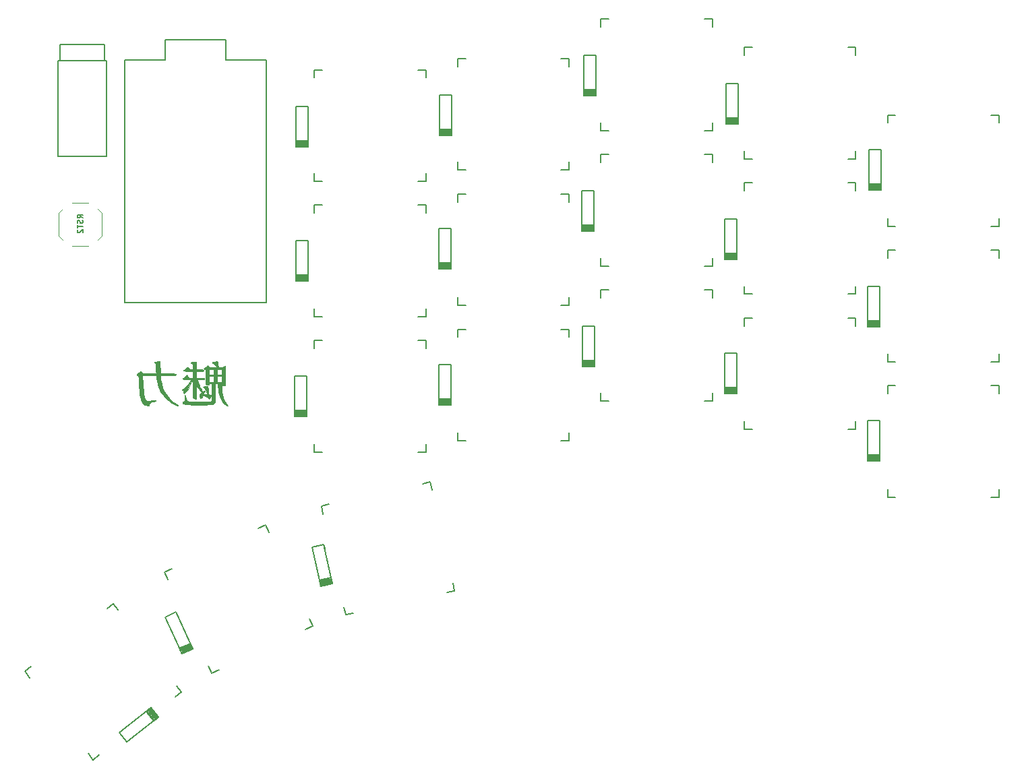
<source format=gbr>
%TF.GenerationSoftware,KiCad,Pcbnew,(5.1.10)-1*%
%TF.CreationDate,2021-07-28T09:06:05+05:30*%
%TF.ProjectId,Pteron36v0,50746572-6f6e-4333-9676-302e6b696361,rev?*%
%TF.SameCoordinates,Original*%
%TF.FileFunction,Legend,Bot*%
%TF.FilePolarity,Positive*%
%FSLAX46Y46*%
G04 Gerber Fmt 4.6, Leading zero omitted, Abs format (unit mm)*
G04 Created by KiCad (PCBNEW (5.1.10)-1) date 2021-07-28 09:06:05*
%MOMM*%
%LPD*%
G01*
G04 APERTURE LIST*
%ADD10C,0.150000*%
%ADD11C,0.120000*%
%ADD12C,0.010000*%
G04 APERTURE END LIST*
D10*
%TO.C,SW22*%
X173000000Y-62249998D02*
X173000000Y-61249998D01*
X174000000Y-62249998D02*
X173000000Y-62249998D01*
X173000000Y-48249998D02*
X174000000Y-48249998D01*
X173000000Y-49249998D02*
X173000000Y-48249998D01*
X187000000Y-48249998D02*
X187000000Y-49249998D01*
X186000000Y-48249998D02*
X187000000Y-48249998D01*
X187000000Y-62249998D02*
X186000000Y-62249998D01*
X187000000Y-61249998D02*
X187000000Y-62249998D01*
%TO.C,SW23*%
X173000000Y-79249998D02*
X173000000Y-78249998D01*
X174000000Y-79249998D02*
X173000000Y-79249998D01*
X173000000Y-65249998D02*
X174000000Y-65249998D01*
X173000000Y-66249998D02*
X173000000Y-65249998D01*
X187000000Y-65249998D02*
X187000000Y-66249998D01*
X186000000Y-65249998D02*
X187000000Y-65249998D01*
X187000000Y-79249998D02*
X186000000Y-79249998D01*
X187000000Y-78249998D02*
X187000000Y-79249998D01*
%TO.C,SW28*%
X155000000Y-97666664D02*
X155000000Y-96666664D01*
X156000000Y-97666664D02*
X155000000Y-97666664D01*
X155000000Y-83666664D02*
X156000000Y-83666664D01*
X155000000Y-84666664D02*
X155000000Y-83666664D01*
X169000000Y-83666664D02*
X169000000Y-84666664D01*
X168000000Y-83666664D02*
X169000000Y-83666664D01*
X169000000Y-97666664D02*
X168000000Y-97666664D01*
X169000000Y-96666664D02*
X169000000Y-97666664D01*
%TO.C,SW27*%
X155000000Y-80666664D02*
X155000000Y-79666664D01*
X156000000Y-80666664D02*
X155000000Y-80666664D01*
X155000000Y-66666664D02*
X156000000Y-66666664D01*
X155000000Y-67666664D02*
X155000000Y-66666664D01*
X169000000Y-66666664D02*
X169000000Y-67666664D01*
X168000000Y-66666664D02*
X169000000Y-66666664D01*
X169000000Y-80666664D02*
X168000000Y-80666664D01*
X169000000Y-79666664D02*
X169000000Y-80666664D01*
%TO.C,SW26*%
X155000000Y-63666664D02*
X155000000Y-62666664D01*
X156000000Y-63666664D02*
X155000000Y-63666664D01*
X155000000Y-49666664D02*
X156000000Y-49666664D01*
X155000000Y-50666664D02*
X155000000Y-49666664D01*
X169000000Y-49666664D02*
X169000000Y-50666664D01*
X168000000Y-49666664D02*
X169000000Y-49666664D01*
X169000000Y-63666664D02*
X168000000Y-63666664D01*
X169000000Y-62666664D02*
X169000000Y-63666664D01*
%TO.C,SW24*%
X173000000Y-96249998D02*
X173000000Y-95249998D01*
X174000000Y-96249998D02*
X173000000Y-96249998D01*
X173000000Y-82249998D02*
X174000000Y-82249998D01*
X173000000Y-83249998D02*
X173000000Y-82249998D01*
X187000000Y-82249998D02*
X187000000Y-83249998D01*
X186000000Y-82249998D02*
X187000000Y-82249998D01*
X187000000Y-96249998D02*
X186000000Y-96249998D01*
X187000000Y-95249998D02*
X187000000Y-96249998D01*
%TO.C,SW20*%
X127181057Y-136357603D02*
X126572295Y-135564250D01*
X127974410Y-135748842D02*
X127181057Y-136357603D01*
X118658397Y-125250657D02*
X119451750Y-124641895D01*
X119267158Y-126044010D02*
X118658397Y-125250657D01*
X129765343Y-116727997D02*
X130374105Y-117521350D01*
X128971990Y-117336758D02*
X129765343Y-116727997D01*
X138288003Y-127834943D02*
X137494650Y-128443705D01*
X137679242Y-127041590D02*
X138288003Y-127834943D01*
%TO.C,SW19*%
X191000000Y-91291667D02*
X191000000Y-90291667D01*
X192000000Y-91291667D02*
X191000000Y-91291667D01*
X191000000Y-77291667D02*
X192000000Y-77291667D01*
X191000000Y-78291667D02*
X191000000Y-77291667D01*
X205000000Y-77291667D02*
X205000000Y-78291667D01*
X204000000Y-77291667D02*
X205000000Y-77291667D01*
X205000000Y-91291667D02*
X204000000Y-91291667D01*
X205000000Y-90291667D02*
X205000000Y-91291667D01*
%TO.C,SW18*%
X191000000Y-74291667D02*
X191000000Y-73291667D01*
X192000000Y-74291667D02*
X191000000Y-74291667D01*
X191000000Y-60291667D02*
X192000000Y-60291667D01*
X191000000Y-61291667D02*
X191000000Y-60291667D01*
X205000000Y-60291667D02*
X205000000Y-61291667D01*
X204000000Y-60291667D02*
X205000000Y-60291667D01*
X205000000Y-74291667D02*
X204000000Y-74291667D01*
X205000000Y-73291667D02*
X205000000Y-74291667D01*
%TO.C,SW17*%
X191000000Y-57291667D02*
X191000000Y-56291667D01*
X192000000Y-57291667D02*
X191000000Y-57291667D01*
X191000000Y-43291667D02*
X192000000Y-43291667D01*
X191000000Y-44291667D02*
X191000000Y-43291667D01*
X205000000Y-43291667D02*
X205000000Y-44291667D01*
X204000000Y-43291667D02*
X205000000Y-43291667D01*
X205000000Y-57291667D02*
X204000000Y-57291667D01*
X205000000Y-56291667D02*
X205000000Y-57291667D01*
%TO.C,SW15*%
X142114173Y-125469094D02*
X141691555Y-124562787D01*
X143020481Y-125046476D02*
X142114173Y-125469094D01*
X136197518Y-112780785D02*
X137103825Y-112358167D01*
X136620136Y-113687093D02*
X136197518Y-112780785D01*
X148885827Y-106864130D02*
X149308445Y-107770437D01*
X147979519Y-107286748D02*
X148885827Y-106864130D01*
X154802482Y-119552439D02*
X153896175Y-119975057D01*
X154379864Y-118646131D02*
X154802482Y-119552439D01*
%TO.C,SW14*%
X209000000Y-94833332D02*
X209000000Y-93833332D01*
X210000000Y-94833332D02*
X209000000Y-94833332D01*
X209000000Y-80833332D02*
X210000000Y-80833332D01*
X209000000Y-81833332D02*
X209000000Y-80833332D01*
X223000000Y-80833332D02*
X223000000Y-81833332D01*
X222000000Y-80833332D02*
X223000000Y-80833332D01*
X223000000Y-94833332D02*
X222000000Y-94833332D01*
X223000000Y-93833332D02*
X223000000Y-94833332D01*
%TO.C,SW13*%
X209000000Y-77833332D02*
X209000000Y-76833332D01*
X210000000Y-77833332D02*
X209000000Y-77833332D01*
X209000000Y-63833332D02*
X210000000Y-63833332D01*
X209000000Y-64833332D02*
X209000000Y-63833332D01*
X223000000Y-63833332D02*
X223000000Y-64833332D01*
X222000000Y-63833332D02*
X223000000Y-63833332D01*
X223000000Y-77833332D02*
X222000000Y-77833332D01*
X223000000Y-76833332D02*
X223000000Y-77833332D01*
%TO.C,SW12*%
X209000000Y-60833332D02*
X209000000Y-59833332D01*
X210000000Y-60833332D02*
X209000000Y-60833332D01*
X209000000Y-46833332D02*
X210000000Y-46833332D01*
X209000000Y-47833332D02*
X209000000Y-46833332D01*
X223000000Y-46833332D02*
X223000000Y-47833332D01*
X222000000Y-46833332D02*
X223000000Y-46833332D01*
X223000000Y-60833332D02*
X222000000Y-60833332D01*
X223000000Y-59833332D02*
X223000000Y-60833332D01*
%TO.C,SW10*%
X158931005Y-118140764D02*
X158714566Y-117164468D01*
X159907301Y-117924325D02*
X158931005Y-118140764D01*
X155900851Y-104472620D02*
X156877147Y-104256181D01*
X156117290Y-105448916D02*
X155900851Y-104472620D01*
X169568995Y-101442466D02*
X169785434Y-102418762D01*
X168592699Y-101658905D02*
X169568995Y-101442466D01*
X172599149Y-115110610D02*
X171622853Y-115327049D01*
X172382710Y-114134314D02*
X172599149Y-115110610D01*
%TO.C,SW9*%
X227000000Y-103333328D02*
X227000000Y-102333328D01*
X228000000Y-103333328D02*
X227000000Y-103333328D01*
X227000000Y-89333328D02*
X228000000Y-89333328D01*
X227000000Y-90333328D02*
X227000000Y-89333328D01*
X241000000Y-89333328D02*
X241000000Y-90333328D01*
X240000000Y-89333328D02*
X241000000Y-89333328D01*
X241000000Y-103333328D02*
X240000000Y-103333328D01*
X241000000Y-102333328D02*
X241000000Y-103333328D01*
%TO.C,SW8*%
X227000000Y-86333328D02*
X227000000Y-85333328D01*
X228000000Y-86333328D02*
X227000000Y-86333328D01*
X227000000Y-72333328D02*
X228000000Y-72333328D01*
X227000000Y-73333328D02*
X227000000Y-72333328D01*
X241000000Y-72333328D02*
X241000000Y-73333328D01*
X240000000Y-72333328D02*
X241000000Y-72333328D01*
X241000000Y-86333328D02*
X240000000Y-86333328D01*
X241000000Y-85333328D02*
X241000000Y-86333328D01*
%TO.C,SW7*%
X227000000Y-69333328D02*
X227000000Y-68333328D01*
X228000000Y-69333328D02*
X227000000Y-69333328D01*
X227000000Y-55333328D02*
X228000000Y-55333328D01*
X227000000Y-56333328D02*
X227000000Y-55333328D01*
X241000000Y-55333328D02*
X241000000Y-56333328D01*
X240000000Y-55333328D02*
X241000000Y-55333328D01*
X241000000Y-69333328D02*
X240000000Y-69333328D01*
X241000000Y-68333328D02*
X241000000Y-69333328D01*
%TO.C,U1*%
X148971000Y-78867000D02*
X131191000Y-78867000D01*
X131191000Y-78867000D02*
X131191000Y-48387000D01*
X131191000Y-48387000D02*
X136271000Y-48387000D01*
X136271000Y-48387000D02*
X136271000Y-45847000D01*
X136271000Y-45847000D02*
X143891000Y-45847000D01*
X143891000Y-45847000D02*
X143891000Y-48387000D01*
X143891000Y-48387000D02*
X148971000Y-48387000D01*
X148971000Y-48387000D02*
X148971000Y-78867000D01*
D11*
%TO.C,RST2*%
X124563000Y-71808000D02*
X126643000Y-71808000D01*
X128323000Y-67638000D02*
X127833000Y-67148000D01*
X124563000Y-66368000D02*
X126643000Y-66368000D01*
X128323000Y-70538000D02*
X127833000Y-71028000D01*
X128323000Y-70538000D02*
X128323000Y-67638000D01*
X122883000Y-70538000D02*
X123373000Y-71028000D01*
X122883000Y-70538000D02*
X122883000Y-67638000D01*
X122883000Y-67638000D02*
X123373000Y-67148000D01*
D12*
%TO.C,LOGO2*%
G36*
X140074650Y-86335553D02*
G01*
X140004465Y-86339782D01*
X139908820Y-86349515D01*
X139800054Y-86362994D01*
X139690504Y-86378460D01*
X139592509Y-86394155D01*
X139518408Y-86408320D01*
X139480537Y-86419196D01*
X139478679Y-86420499D01*
X139481283Y-86447967D01*
X139514822Y-86487468D01*
X139565280Y-86527370D01*
X139618641Y-86556041D01*
X139650617Y-86563200D01*
X139669608Y-86565993D01*
X139682992Y-86579394D01*
X139691743Y-86610935D01*
X139696840Y-86668150D01*
X139699257Y-86758569D01*
X139699972Y-86889726D01*
X139700000Y-86944200D01*
X139700000Y-87325200D01*
X139528289Y-87325199D01*
X139356578Y-87325199D01*
X139221139Y-87147605D01*
X139167022Y-87075427D01*
X139126191Y-87026364D01*
X139090339Y-87001717D01*
X139051157Y-87002788D01*
X139000339Y-87030876D01*
X138929577Y-87087284D01*
X138830563Y-87173311D01*
X138780916Y-87216541D01*
X138698215Y-87291061D01*
X138632386Y-87355754D01*
X138591627Y-87402238D01*
X138582400Y-87419525D01*
X138590502Y-87446455D01*
X138618385Y-87467152D01*
X138671420Y-87482353D01*
X138754975Y-87492797D01*
X138874420Y-87499219D01*
X139035124Y-87502357D01*
X139190331Y-87503000D01*
X139700000Y-87503000D01*
X139700000Y-88366600D01*
X139477750Y-88366426D01*
X139370911Y-88365716D01*
X139302404Y-88361331D01*
X139259762Y-88349588D01*
X139230518Y-88326801D01*
X139202205Y-88289286D01*
X139198456Y-88283876D01*
X139145751Y-88212531D01*
X139081136Y-88131188D01*
X139057760Y-88103204D01*
X138974109Y-88004909D01*
X138729108Y-88210905D01*
X138634744Y-88291104D01*
X138554810Y-88360655D01*
X138497292Y-88412492D01*
X138470178Y-88439554D01*
X138469520Y-88440503D01*
X138473564Y-88474677D01*
X138495081Y-88504252D01*
X138516220Y-88518418D01*
X138551864Y-88528904D01*
X138608888Y-88536225D01*
X138694170Y-88540898D01*
X138814583Y-88543438D01*
X138977005Y-88544361D01*
X139030426Y-88544400D01*
X139525624Y-88544400D01*
X139507998Y-88601550D01*
X139475300Y-88678126D01*
X139418179Y-88782853D01*
X139343849Y-88904135D01*
X139259522Y-89030374D01*
X139172410Y-89149975D01*
X139145252Y-89184791D01*
X138920204Y-89430443D01*
X138659165Y-89649652D01*
X138550650Y-89725292D01*
X138477469Y-89777620D01*
X138425068Y-89822865D01*
X138404607Y-89851371D01*
X138404601Y-89851668D01*
X138421698Y-89888093D01*
X138463417Y-89936889D01*
X138468959Y-89942206D01*
X138514357Y-90004794D01*
X138559920Y-90101821D01*
X138587405Y-90180738D01*
X138641492Y-90358807D01*
X138792055Y-90194553D01*
X138959349Y-89999674D01*
X139105770Y-89800474D01*
X139235602Y-89588759D01*
X139353127Y-89356331D01*
X139462631Y-89094996D01*
X139568396Y-88796557D01*
X139637970Y-88576150D01*
X139663613Y-88546585D01*
X139673803Y-88544400D01*
X139680901Y-88568582D01*
X139686867Y-88641375D01*
X139691708Y-88763148D01*
X139695433Y-88934271D01*
X139698050Y-89155113D01*
X139699568Y-89426044D01*
X139700000Y-89710534D01*
X139700000Y-90876668D01*
X139809620Y-90929734D01*
X139902077Y-90963050D01*
X139999187Y-90981497D01*
X140025182Y-90982800D01*
X140131125Y-90982800D01*
X140137813Y-90128620D01*
X140144500Y-89274440D01*
X140275394Y-89474570D01*
X140359395Y-89595004D01*
X140457970Y-89723806D01*
X140562024Y-89850203D01*
X140662463Y-89963420D01*
X140750194Y-90052682D01*
X140799193Y-90095158D01*
X140869685Y-90149297D01*
X140768494Y-90247500D01*
X140698706Y-90325186D01*
X140636847Y-90410478D01*
X140615451Y-90447339D01*
X140573260Y-90564505D01*
X140564281Y-90675217D01*
X140584580Y-90771759D01*
X140630225Y-90846415D01*
X140697285Y-90891469D01*
X140781826Y-90899205D01*
X140837684Y-90883402D01*
X140882154Y-90858832D01*
X140910572Y-90821209D01*
X140931391Y-90755925D01*
X140942941Y-90701535D01*
X140962004Y-90622151D01*
X140981692Y-90567605D01*
X140995321Y-90551000D01*
X141025711Y-90560714D01*
X141093416Y-90587376D01*
X141189346Y-90627258D01*
X141304413Y-90676636D01*
X141343293Y-90693615D01*
X141505916Y-90768906D01*
X141629434Y-90834698D01*
X141710004Y-90888853D01*
X141732000Y-90909744D01*
X141775813Y-90956850D01*
X141804865Y-90981521D01*
X141808200Y-90982613D01*
X141824481Y-90961277D01*
X141858215Y-90904275D01*
X141903869Y-90821242D01*
X141938340Y-90755907D01*
X141993938Y-90646357D01*
X142023620Y-90573888D01*
X142025366Y-90530753D01*
X141997158Y-90509205D01*
X141936977Y-90501497D01*
X141871700Y-90500157D01*
X141806998Y-90493706D01*
X141766000Y-90480652D01*
X141742273Y-90440195D01*
X141718710Y-90349394D01*
X141695392Y-90208702D01*
X141672395Y-90018576D01*
X141655049Y-89839800D01*
X141643160Y-89710290D01*
X141631719Y-89592365D01*
X141622027Y-89499034D01*
X141615385Y-89443306D01*
X141615384Y-89443303D01*
X141604032Y-89364307D01*
X141331466Y-89412634D01*
X141190425Y-89437836D01*
X141093509Y-89456837D01*
X141034863Y-89472526D01*
X141008632Y-89487793D01*
X141008962Y-89505525D01*
X141029997Y-89528614D01*
X141053967Y-89549561D01*
X141113394Y-89590734D01*
X141165589Y-89610814D01*
X141171166Y-89611200D01*
X141211222Y-89633397D01*
X141250830Y-89702139D01*
X141262814Y-89731850D01*
X141291158Y-89802352D01*
X141334612Y-89905318D01*
X141387276Y-90026959D01*
X141443248Y-90153487D01*
X141443664Y-90154417D01*
X141578801Y-90456334D01*
X141384822Y-90438756D01*
X141280147Y-90428256D01*
X141186496Y-90417099D01*
X141122895Y-90407568D01*
X141119595Y-90406928D01*
X141048345Y-90392678D01*
X141114030Y-90262289D01*
X141160359Y-90175356D01*
X141206825Y-90095990D01*
X141229062Y-90061945D01*
X141259398Y-90012664D01*
X141258421Y-89987753D01*
X141240967Y-89977622D01*
X141197002Y-89979753D01*
X141130150Y-90001973D01*
X141100475Y-90015827D01*
X141033992Y-90047526D01*
X140986326Y-90066246D01*
X140976066Y-90068400D01*
X140950965Y-90047007D01*
X140908815Y-89988715D01*
X140854698Y-89902348D01*
X140793694Y-89796732D01*
X140730887Y-89680693D01*
X140671358Y-89563057D01*
X140620189Y-89452648D01*
X140616142Y-89443309D01*
X140558859Y-89302295D01*
X140500190Y-89144241D01*
X140444709Y-88982807D01*
X140396988Y-88831654D01*
X140361601Y-88704444D01*
X140347114Y-88639650D01*
X140329347Y-88544399D01*
X140735611Y-88544400D01*
X140887504Y-88544169D01*
X140996211Y-88542790D01*
X141069346Y-88539229D01*
X141114523Y-88532456D01*
X141139357Y-88521436D01*
X141151461Y-88505140D01*
X141157191Y-88487250D01*
X141167493Y-88447229D01*
X141170012Y-88417203D01*
X141158746Y-88395738D01*
X141127692Y-88381398D01*
X141070849Y-88372749D01*
X140982214Y-88368356D01*
X140855784Y-88366783D01*
X140685559Y-88366597D01*
X140652500Y-88366600D01*
X140131800Y-88366600D01*
X140131800Y-87503000D01*
X141041231Y-87503000D01*
X141069116Y-87423009D01*
X141088086Y-87366197D01*
X141096919Y-87335027D01*
X141097000Y-87334109D01*
X141072901Y-87331335D01*
X141005803Y-87328913D01*
X140903509Y-87326987D01*
X140773818Y-87325702D01*
X140624534Y-87325201D01*
X140614400Y-87325200D01*
X140131800Y-87325200D01*
X140131800Y-86334600D01*
X140074650Y-86335553D01*
G37*
X140074650Y-86335553D02*
X140004465Y-86339782D01*
X139908820Y-86349515D01*
X139800054Y-86362994D01*
X139690504Y-86378460D01*
X139592509Y-86394155D01*
X139518408Y-86408320D01*
X139480537Y-86419196D01*
X139478679Y-86420499D01*
X139481283Y-86447967D01*
X139514822Y-86487468D01*
X139565280Y-86527370D01*
X139618641Y-86556041D01*
X139650617Y-86563200D01*
X139669608Y-86565993D01*
X139682992Y-86579394D01*
X139691743Y-86610935D01*
X139696840Y-86668150D01*
X139699257Y-86758569D01*
X139699972Y-86889726D01*
X139700000Y-86944200D01*
X139700000Y-87325200D01*
X139528289Y-87325199D01*
X139356578Y-87325199D01*
X139221139Y-87147605D01*
X139167022Y-87075427D01*
X139126191Y-87026364D01*
X139090339Y-87001717D01*
X139051157Y-87002788D01*
X139000339Y-87030876D01*
X138929577Y-87087284D01*
X138830563Y-87173311D01*
X138780916Y-87216541D01*
X138698215Y-87291061D01*
X138632386Y-87355754D01*
X138591627Y-87402238D01*
X138582400Y-87419525D01*
X138590502Y-87446455D01*
X138618385Y-87467152D01*
X138671420Y-87482353D01*
X138754975Y-87492797D01*
X138874420Y-87499219D01*
X139035124Y-87502357D01*
X139190331Y-87503000D01*
X139700000Y-87503000D01*
X139700000Y-88366600D01*
X139477750Y-88366426D01*
X139370911Y-88365716D01*
X139302404Y-88361331D01*
X139259762Y-88349588D01*
X139230518Y-88326801D01*
X139202205Y-88289286D01*
X139198456Y-88283876D01*
X139145751Y-88212531D01*
X139081136Y-88131188D01*
X139057760Y-88103204D01*
X138974109Y-88004909D01*
X138729108Y-88210905D01*
X138634744Y-88291104D01*
X138554810Y-88360655D01*
X138497292Y-88412492D01*
X138470178Y-88439554D01*
X138469520Y-88440503D01*
X138473564Y-88474677D01*
X138495081Y-88504252D01*
X138516220Y-88518418D01*
X138551864Y-88528904D01*
X138608888Y-88536225D01*
X138694170Y-88540898D01*
X138814583Y-88543438D01*
X138977005Y-88544361D01*
X139030426Y-88544400D01*
X139525624Y-88544400D01*
X139507998Y-88601550D01*
X139475300Y-88678126D01*
X139418179Y-88782853D01*
X139343849Y-88904135D01*
X139259522Y-89030374D01*
X139172410Y-89149975D01*
X139145252Y-89184791D01*
X138920204Y-89430443D01*
X138659165Y-89649652D01*
X138550650Y-89725292D01*
X138477469Y-89777620D01*
X138425068Y-89822865D01*
X138404607Y-89851371D01*
X138404601Y-89851668D01*
X138421698Y-89888093D01*
X138463417Y-89936889D01*
X138468959Y-89942206D01*
X138514357Y-90004794D01*
X138559920Y-90101821D01*
X138587405Y-90180738D01*
X138641492Y-90358807D01*
X138792055Y-90194553D01*
X138959349Y-89999674D01*
X139105770Y-89800474D01*
X139235602Y-89588759D01*
X139353127Y-89356331D01*
X139462631Y-89094996D01*
X139568396Y-88796557D01*
X139637970Y-88576150D01*
X139663613Y-88546585D01*
X139673803Y-88544400D01*
X139680901Y-88568582D01*
X139686867Y-88641375D01*
X139691708Y-88763148D01*
X139695433Y-88934271D01*
X139698050Y-89155113D01*
X139699568Y-89426044D01*
X139700000Y-89710534D01*
X139700000Y-90876668D01*
X139809620Y-90929734D01*
X139902077Y-90963050D01*
X139999187Y-90981497D01*
X140025182Y-90982800D01*
X140131125Y-90982800D01*
X140137813Y-90128620D01*
X140144500Y-89274440D01*
X140275394Y-89474570D01*
X140359395Y-89595004D01*
X140457970Y-89723806D01*
X140562024Y-89850203D01*
X140662463Y-89963420D01*
X140750194Y-90052682D01*
X140799193Y-90095158D01*
X140869685Y-90149297D01*
X140768494Y-90247500D01*
X140698706Y-90325186D01*
X140636847Y-90410478D01*
X140615451Y-90447339D01*
X140573260Y-90564505D01*
X140564281Y-90675217D01*
X140584580Y-90771759D01*
X140630225Y-90846415D01*
X140697285Y-90891469D01*
X140781826Y-90899205D01*
X140837684Y-90883402D01*
X140882154Y-90858832D01*
X140910572Y-90821209D01*
X140931391Y-90755925D01*
X140942941Y-90701535D01*
X140962004Y-90622151D01*
X140981692Y-90567605D01*
X140995321Y-90551000D01*
X141025711Y-90560714D01*
X141093416Y-90587376D01*
X141189346Y-90627258D01*
X141304413Y-90676636D01*
X141343293Y-90693615D01*
X141505916Y-90768906D01*
X141629434Y-90834698D01*
X141710004Y-90888853D01*
X141732000Y-90909744D01*
X141775813Y-90956850D01*
X141804865Y-90981521D01*
X141808200Y-90982613D01*
X141824481Y-90961277D01*
X141858215Y-90904275D01*
X141903869Y-90821242D01*
X141938340Y-90755907D01*
X141993938Y-90646357D01*
X142023620Y-90573888D01*
X142025366Y-90530753D01*
X141997158Y-90509205D01*
X141936977Y-90501497D01*
X141871700Y-90500157D01*
X141806998Y-90493706D01*
X141766000Y-90480652D01*
X141742273Y-90440195D01*
X141718710Y-90349394D01*
X141695392Y-90208702D01*
X141672395Y-90018576D01*
X141655049Y-89839800D01*
X141643160Y-89710290D01*
X141631719Y-89592365D01*
X141622027Y-89499034D01*
X141615385Y-89443306D01*
X141615384Y-89443303D01*
X141604032Y-89364307D01*
X141331466Y-89412634D01*
X141190425Y-89437836D01*
X141093509Y-89456837D01*
X141034863Y-89472526D01*
X141008632Y-89487793D01*
X141008962Y-89505525D01*
X141029997Y-89528614D01*
X141053967Y-89549561D01*
X141113394Y-89590734D01*
X141165589Y-89610814D01*
X141171166Y-89611200D01*
X141211222Y-89633397D01*
X141250830Y-89702139D01*
X141262814Y-89731850D01*
X141291158Y-89802352D01*
X141334612Y-89905318D01*
X141387276Y-90026959D01*
X141443248Y-90153487D01*
X141443664Y-90154417D01*
X141578801Y-90456334D01*
X141384822Y-90438756D01*
X141280147Y-90428256D01*
X141186496Y-90417099D01*
X141122895Y-90407568D01*
X141119595Y-90406928D01*
X141048345Y-90392678D01*
X141114030Y-90262289D01*
X141160359Y-90175356D01*
X141206825Y-90095990D01*
X141229062Y-90061945D01*
X141259398Y-90012664D01*
X141258421Y-89987753D01*
X141240967Y-89977622D01*
X141197002Y-89979753D01*
X141130150Y-90001973D01*
X141100475Y-90015827D01*
X141033992Y-90047526D01*
X140986326Y-90066246D01*
X140976066Y-90068400D01*
X140950965Y-90047007D01*
X140908815Y-89988715D01*
X140854698Y-89902348D01*
X140793694Y-89796732D01*
X140730887Y-89680693D01*
X140671358Y-89563057D01*
X140620189Y-89452648D01*
X140616142Y-89443309D01*
X140558859Y-89302295D01*
X140500190Y-89144241D01*
X140444709Y-88982807D01*
X140396988Y-88831654D01*
X140361601Y-88704444D01*
X140347114Y-88639650D01*
X140329347Y-88544399D01*
X140735611Y-88544400D01*
X140887504Y-88544169D01*
X140996211Y-88542790D01*
X141069346Y-88539229D01*
X141114523Y-88532456D01*
X141139357Y-88521436D01*
X141151461Y-88505140D01*
X141157191Y-88487250D01*
X141167493Y-88447229D01*
X141170012Y-88417203D01*
X141158746Y-88395738D01*
X141127692Y-88381398D01*
X141070849Y-88372749D01*
X140982214Y-88368356D01*
X140855784Y-88366783D01*
X140685559Y-88366597D01*
X140652500Y-88366600D01*
X140131800Y-88366600D01*
X140131800Y-87503000D01*
X141041231Y-87503000D01*
X141069116Y-87423009D01*
X141088086Y-87366197D01*
X141096919Y-87335027D01*
X141097000Y-87334109D01*
X141072901Y-87331335D01*
X141005803Y-87328913D01*
X140903509Y-87326987D01*
X140773818Y-87325702D01*
X140624534Y-87325201D01*
X140614400Y-87325200D01*
X140131800Y-87325200D01*
X140131800Y-86334600D01*
X140074650Y-86335553D01*
G36*
X135537833Y-86285281D02*
G01*
X135467989Y-86289288D01*
X135371468Y-86298017D01*
X135259946Y-86310017D01*
X135145103Y-86323839D01*
X135038616Y-86338032D01*
X134952163Y-86351149D01*
X134897424Y-86361739D01*
X134884568Y-86366366D01*
X134887519Y-86393724D01*
X134920525Y-86434145D01*
X134969616Y-86475344D01*
X135020822Y-86505038D01*
X135050646Y-86512399D01*
X135070415Y-86514631D01*
X135084407Y-86526306D01*
X135093620Y-86554896D01*
X135099049Y-86607871D01*
X135101689Y-86692701D01*
X135102537Y-86816857D01*
X135102600Y-86902148D01*
X135103798Y-87066819D01*
X135107072Y-87240942D01*
X135111951Y-87405602D01*
X135117959Y-87541889D01*
X135119160Y-87562548D01*
X135135720Y-87833200D01*
X133455863Y-87833200D01*
X133317138Y-87679904D01*
X133178414Y-87526609D01*
X132920490Y-87747302D01*
X132826062Y-87830602D01*
X132748502Y-87903822D01*
X132694714Y-87960074D01*
X132671599Y-87992472D01*
X132671354Y-87995847D01*
X132698931Y-88018914D01*
X132759229Y-88046341D01*
X132799172Y-88059928D01*
X132918200Y-88096156D01*
X132918365Y-88225028D01*
X132920364Y-88329972D01*
X132925775Y-88475762D01*
X132934034Y-88652598D01*
X132944573Y-88850681D01*
X132956827Y-89060212D01*
X132970229Y-89271393D01*
X132984214Y-89474425D01*
X132998215Y-89659509D01*
X133007973Y-89775997D01*
X133044387Y-90143535D01*
X133084842Y-90464500D01*
X133130060Y-90743008D01*
X133180766Y-90983178D01*
X133237683Y-91189126D01*
X133275597Y-91299270D01*
X133367444Y-91475472D01*
X133497401Y-91620846D01*
X133661003Y-91732277D01*
X133853784Y-91806650D01*
X134049933Y-91839433D01*
X134239000Y-91853732D01*
X134239095Y-91754816D01*
X134249807Y-91657241D01*
X134285013Y-91575558D01*
X134349630Y-91506194D01*
X134448575Y-91445578D01*
X134586764Y-91390137D01*
X134769113Y-91336299D01*
X134839961Y-91318240D01*
X134959628Y-91287190D01*
X135037541Y-91262614D01*
X135081767Y-91241045D01*
X135100369Y-91219018D01*
X135102600Y-91205369D01*
X135096037Y-91176049D01*
X135067552Y-91165849D01*
X135003951Y-91170678D01*
X134994650Y-91171897D01*
X134874664Y-91185657D01*
X134723568Y-91199691D01*
X134556872Y-91212887D01*
X134390087Y-91224132D01*
X134238721Y-91232313D01*
X134118285Y-91236318D01*
X134093834Y-91236537D01*
X133994700Y-91234724D01*
X133929265Y-91225748D01*
X133880486Y-91204825D01*
X133831319Y-91167173D01*
X133824044Y-91160830D01*
X133768280Y-91094096D01*
X133716944Y-90994647D01*
X133669765Y-90860660D01*
X133626473Y-90690312D01*
X133586800Y-90481781D01*
X133550476Y-90233246D01*
X133517231Y-89942883D01*
X133486796Y-89608871D01*
X133458901Y-89229387D01*
X133433278Y-88802609D01*
X133411768Y-88372950D01*
X133395089Y-88011000D01*
X135153400Y-88011000D01*
X135153400Y-88084869D01*
X135158879Y-88186392D01*
X135174023Y-88325216D01*
X135196898Y-88489185D01*
X135225569Y-88666143D01*
X135258100Y-88843933D01*
X135292556Y-89010400D01*
X135317909Y-89118174D01*
X135438513Y-89520366D01*
X135590577Y-89886709D01*
X135777884Y-90223951D01*
X136004217Y-90538841D01*
X136273357Y-90838126D01*
X136292837Y-90857611D01*
X136413011Y-90973014D01*
X136541549Y-91089638D01*
X136665559Y-91196203D01*
X136772147Y-91281430D01*
X136804400Y-91305164D01*
X136941623Y-91398345D01*
X137101468Y-91499753D01*
X137271036Y-91601809D01*
X137437425Y-91696935D01*
X137587736Y-91777552D01*
X137705458Y-91834493D01*
X137784066Y-91867117D01*
X137830770Y-91878582D01*
X137858989Y-91870674D01*
X137873123Y-91856783D01*
X137887381Y-91838412D01*
X137891411Y-91821806D01*
X137879490Y-91801600D01*
X137845895Y-91772428D01*
X137784901Y-91728927D01*
X137690785Y-91665730D01*
X137617200Y-91616899D01*
X137226770Y-91332554D01*
X136882469Y-91027758D01*
X136583447Y-90701379D01*
X136328848Y-90352284D01*
X136117821Y-89979339D01*
X135949511Y-89581412D01*
X135852997Y-89274012D01*
X135801596Y-89061597D01*
X135753461Y-88820049D01*
X135712354Y-88571029D01*
X135682036Y-88336204D01*
X135672288Y-88233250D01*
X135654415Y-88011000D01*
X137561431Y-88011000D01*
X137589316Y-87931009D01*
X137608286Y-87874197D01*
X137617119Y-87843027D01*
X137617200Y-87842109D01*
X137592710Y-87840139D01*
X137522873Y-87838320D01*
X137413143Y-87836701D01*
X137268976Y-87835332D01*
X137095824Y-87834261D01*
X136899142Y-87833539D01*
X136684382Y-87833213D01*
X136629725Y-87833199D01*
X135642249Y-87833199D01*
X135604765Y-86283799D01*
X135537833Y-86285281D01*
G37*
X135537833Y-86285281D02*
X135467989Y-86289288D01*
X135371468Y-86298017D01*
X135259946Y-86310017D01*
X135145103Y-86323839D01*
X135038616Y-86338032D01*
X134952163Y-86351149D01*
X134897424Y-86361739D01*
X134884568Y-86366366D01*
X134887519Y-86393724D01*
X134920525Y-86434145D01*
X134969616Y-86475344D01*
X135020822Y-86505038D01*
X135050646Y-86512399D01*
X135070415Y-86514631D01*
X135084407Y-86526306D01*
X135093620Y-86554896D01*
X135099049Y-86607871D01*
X135101689Y-86692701D01*
X135102537Y-86816857D01*
X135102600Y-86902148D01*
X135103798Y-87066819D01*
X135107072Y-87240942D01*
X135111951Y-87405602D01*
X135117959Y-87541889D01*
X135119160Y-87562548D01*
X135135720Y-87833200D01*
X133455863Y-87833200D01*
X133317138Y-87679904D01*
X133178414Y-87526609D01*
X132920490Y-87747302D01*
X132826062Y-87830602D01*
X132748502Y-87903822D01*
X132694714Y-87960074D01*
X132671599Y-87992472D01*
X132671354Y-87995847D01*
X132698931Y-88018914D01*
X132759229Y-88046341D01*
X132799172Y-88059928D01*
X132918200Y-88096156D01*
X132918365Y-88225028D01*
X132920364Y-88329972D01*
X132925775Y-88475762D01*
X132934034Y-88652598D01*
X132944573Y-88850681D01*
X132956827Y-89060212D01*
X132970229Y-89271393D01*
X132984214Y-89474425D01*
X132998215Y-89659509D01*
X133007973Y-89775997D01*
X133044387Y-90143535D01*
X133084842Y-90464500D01*
X133130060Y-90743008D01*
X133180766Y-90983178D01*
X133237683Y-91189126D01*
X133275597Y-91299270D01*
X133367444Y-91475472D01*
X133497401Y-91620846D01*
X133661003Y-91732277D01*
X133853784Y-91806650D01*
X134049933Y-91839433D01*
X134239000Y-91853732D01*
X134239095Y-91754816D01*
X134249807Y-91657241D01*
X134285013Y-91575558D01*
X134349630Y-91506194D01*
X134448575Y-91445578D01*
X134586764Y-91390137D01*
X134769113Y-91336299D01*
X134839961Y-91318240D01*
X134959628Y-91287190D01*
X135037541Y-91262614D01*
X135081767Y-91241045D01*
X135100369Y-91219018D01*
X135102600Y-91205369D01*
X135096037Y-91176049D01*
X135067552Y-91165849D01*
X135003951Y-91170678D01*
X134994650Y-91171897D01*
X134874664Y-91185657D01*
X134723568Y-91199691D01*
X134556872Y-91212887D01*
X134390087Y-91224132D01*
X134238721Y-91232313D01*
X134118285Y-91236318D01*
X134093834Y-91236537D01*
X133994700Y-91234724D01*
X133929265Y-91225748D01*
X133880486Y-91204825D01*
X133831319Y-91167173D01*
X133824044Y-91160830D01*
X133768280Y-91094096D01*
X133716944Y-90994647D01*
X133669765Y-90860660D01*
X133626473Y-90690312D01*
X133586800Y-90481781D01*
X133550476Y-90233246D01*
X133517231Y-89942883D01*
X133486796Y-89608871D01*
X133458901Y-89229387D01*
X133433278Y-88802609D01*
X133411768Y-88372950D01*
X133395089Y-88011000D01*
X135153400Y-88011000D01*
X135153400Y-88084869D01*
X135158879Y-88186392D01*
X135174023Y-88325216D01*
X135196898Y-88489185D01*
X135225569Y-88666143D01*
X135258100Y-88843933D01*
X135292556Y-89010400D01*
X135317909Y-89118174D01*
X135438513Y-89520366D01*
X135590577Y-89886709D01*
X135777884Y-90223951D01*
X136004217Y-90538841D01*
X136273357Y-90838126D01*
X136292837Y-90857611D01*
X136413011Y-90973014D01*
X136541549Y-91089638D01*
X136665559Y-91196203D01*
X136772147Y-91281430D01*
X136804400Y-91305164D01*
X136941623Y-91398345D01*
X137101468Y-91499753D01*
X137271036Y-91601809D01*
X137437425Y-91696935D01*
X137587736Y-91777552D01*
X137705458Y-91834493D01*
X137784066Y-91867117D01*
X137830770Y-91878582D01*
X137858989Y-91870674D01*
X137873123Y-91856783D01*
X137887381Y-91838412D01*
X137891411Y-91821806D01*
X137879490Y-91801600D01*
X137845895Y-91772428D01*
X137784901Y-91728927D01*
X137690785Y-91665730D01*
X137617200Y-91616899D01*
X137226770Y-91332554D01*
X136882469Y-91027758D01*
X136583447Y-90701379D01*
X136328848Y-90352284D01*
X136117821Y-89979339D01*
X135949511Y-89581412D01*
X135852997Y-89274012D01*
X135801596Y-89061597D01*
X135753461Y-88820049D01*
X135712354Y-88571029D01*
X135682036Y-88336204D01*
X135672288Y-88233250D01*
X135654415Y-88011000D01*
X137561431Y-88011000D01*
X137589316Y-87931009D01*
X137608286Y-87874197D01*
X137617119Y-87843027D01*
X137617200Y-87842109D01*
X137592710Y-87840139D01*
X137522873Y-87838320D01*
X137413143Y-87836701D01*
X137268976Y-87835332D01*
X137095824Y-87834261D01*
X136899142Y-87833539D01*
X136684382Y-87833213D01*
X136629725Y-87833199D01*
X135642249Y-87833199D01*
X135604765Y-86283799D01*
X135537833Y-86285281D01*
G36*
X142715554Y-86295613D02*
G01*
X142620936Y-86309700D01*
X142511682Y-86328708D01*
X142399409Y-86350452D01*
X142295732Y-86372744D01*
X142212268Y-86393401D01*
X142160635Y-86410235D01*
X142151100Y-86415764D01*
X142149623Y-86445343D01*
X142179989Y-86483804D01*
X142227988Y-86518589D01*
X142279409Y-86537141D01*
X142289207Y-86537800D01*
X142321749Y-86557393D01*
X142377855Y-86611923D01*
X142451528Y-86695014D01*
X142536771Y-86800288D01*
X142540049Y-86804500D01*
X142747313Y-87071200D01*
X141838174Y-87071200D01*
X141617700Y-86817756D01*
X141354400Y-87020599D01*
X141091100Y-87223441D01*
X141202000Y-87273763D01*
X141274181Y-87303784D01*
X141329754Y-87322087D01*
X141344650Y-87324642D01*
X141353334Y-87335342D01*
X141360395Y-87369764D01*
X141365969Y-87431890D01*
X141370196Y-87525702D01*
X141373213Y-87655183D01*
X141375159Y-87824316D01*
X141376171Y-88037084D01*
X141376400Y-88240841D01*
X141376400Y-89156483D01*
X141484350Y-89205484D01*
X141574099Y-89236565D01*
X141665159Y-89253832D01*
X141687550Y-89255042D01*
X141750012Y-89251886D01*
X141776758Y-89233493D01*
X141782762Y-89187970D01*
X141782800Y-89179400D01*
X141782800Y-89103200D01*
X142113000Y-89103200D01*
X142113000Y-90103325D01*
X142112590Y-90327133D01*
X142111421Y-90537669D01*
X142109583Y-90728901D01*
X142107170Y-90894802D01*
X142104272Y-91029341D01*
X142100981Y-91126489D01*
X142097389Y-91180217D01*
X142096553Y-91185686D01*
X142089527Y-91217781D01*
X142079731Y-91245119D01*
X142063335Y-91268059D01*
X142036508Y-91286958D01*
X141995420Y-91302173D01*
X141936239Y-91314062D01*
X141855136Y-91322984D01*
X141748279Y-91329295D01*
X141611838Y-91333353D01*
X141441982Y-91335516D01*
X141234880Y-91336141D01*
X140986703Y-91335586D01*
X140693618Y-91334209D01*
X140515936Y-91333252D01*
X140212709Y-91331496D01*
X139956166Y-91329693D01*
X139742191Y-91327700D01*
X139566669Y-91325372D01*
X139425484Y-91322564D01*
X139314520Y-91319132D01*
X139229662Y-91314930D01*
X139166794Y-91309815D01*
X139121799Y-91303641D01*
X139090563Y-91296264D01*
X139068970Y-91287540D01*
X139059627Y-91282058D01*
X139013112Y-91235407D01*
X138966409Y-91154276D01*
X138917736Y-91034436D01*
X138865313Y-90871657D01*
X138822548Y-90719171D01*
X138786807Y-90592883D01*
X138758190Y-90510328D01*
X138735790Y-90472597D01*
X138718701Y-90480777D01*
X138706017Y-90535959D01*
X138696830Y-90639232D01*
X138690233Y-90791685D01*
X138687758Y-90881119D01*
X138678565Y-91258057D01*
X138611433Y-91274807D01*
X138518230Y-91317838D01*
X138466121Y-91388718D01*
X138455401Y-91452700D01*
X138464922Y-91516034D01*
X138496401Y-91568250D01*
X138554208Y-91610773D01*
X138642714Y-91645028D01*
X138766292Y-91672438D01*
X138929312Y-91694430D01*
X139136146Y-91712427D01*
X139280900Y-91721772D01*
X139407271Y-91727356D01*
X139576638Y-91732068D01*
X139781205Y-91735826D01*
X140013176Y-91738550D01*
X140264755Y-91740158D01*
X140528143Y-91740568D01*
X140795545Y-91739700D01*
X140919200Y-91738837D01*
X141201684Y-91736313D01*
X141438050Y-91733674D01*
X141632979Y-91730734D01*
X141791153Y-91727306D01*
X141917255Y-91723203D01*
X142015966Y-91718238D01*
X142091968Y-91712226D01*
X142149943Y-91704978D01*
X142194572Y-91696309D01*
X142228792Y-91686614D01*
X142359103Y-91625398D01*
X142447231Y-91540050D01*
X142494607Y-91437884D01*
X142500277Y-91392636D01*
X142505393Y-91301235D01*
X142509860Y-91168325D01*
X142513583Y-90998551D01*
X142516468Y-90796558D01*
X142518418Y-90566991D01*
X142519339Y-90314494D01*
X142519400Y-90227317D01*
X142519400Y-89103200D01*
X142694424Y-89103200D01*
X142869448Y-89103199D01*
X142887028Y-89388950D01*
X142919667Y-89781052D01*
X142967555Y-90129305D01*
X143032379Y-90438817D01*
X143115828Y-90714695D01*
X143219588Y-90962046D01*
X143345349Y-91185978D01*
X143494796Y-91391599D01*
X143582184Y-91492709D01*
X143669789Y-91583336D01*
X143766086Y-91674282D01*
X143862419Y-91758336D01*
X143950135Y-91828287D01*
X144020577Y-91876924D01*
X144065091Y-91897035D01*
X144067668Y-91897200D01*
X144100965Y-91877019D01*
X144109072Y-91862601D01*
X144100453Y-91828321D01*
X144066275Y-91765307D01*
X144012812Y-91684413D01*
X143980582Y-91640351D01*
X143811049Y-91387037D01*
X143669951Y-91111675D01*
X143555761Y-90809439D01*
X143466950Y-90475506D01*
X143401990Y-90105050D01*
X143359353Y-89693246D01*
X143358008Y-89674700D01*
X143345050Y-89482944D01*
X143337011Y-89336641D01*
X143333888Y-89230683D01*
X143335676Y-89159959D01*
X143342372Y-89119362D01*
X143353972Y-89103784D01*
X143357600Y-89103200D01*
X143375324Y-89125299D01*
X143382992Y-89178667D01*
X143383000Y-89180641D01*
X143389878Y-89232322D01*
X143418897Y-89268290D01*
X143482632Y-89303275D01*
X143490950Y-89307084D01*
X143580699Y-89338165D01*
X143671759Y-89355432D01*
X143694150Y-89356642D01*
X143789400Y-89357200D01*
X143789400Y-88163400D01*
X143383000Y-88163400D01*
X143383000Y-88925400D01*
X142773400Y-88925400D01*
X142773400Y-88163400D01*
X142392400Y-88163400D01*
X142392400Y-88925400D01*
X141782800Y-88925400D01*
X141782800Y-88163400D01*
X142392400Y-88163400D01*
X142773400Y-88163400D01*
X143383000Y-88163400D01*
X143789400Y-88163400D01*
X143789400Y-88125300D01*
X143788915Y-87838114D01*
X143787494Y-87583654D01*
X143785192Y-87364701D01*
X143783189Y-87249000D01*
X143383000Y-87249000D01*
X143383000Y-87985600D01*
X142773400Y-87985600D01*
X142773400Y-87249000D01*
X142392400Y-87249000D01*
X142392400Y-87985600D01*
X141782800Y-87985600D01*
X141782800Y-87249000D01*
X142392400Y-87249000D01*
X142773400Y-87249000D01*
X143383000Y-87249000D01*
X143783189Y-87249000D01*
X143782064Y-87184037D01*
X143778163Y-87044444D01*
X143773543Y-86948702D01*
X143768259Y-86899596D01*
X143765408Y-86893400D01*
X143732656Y-86903341D01*
X143666195Y-86929834D01*
X143578319Y-86967886D01*
X143544268Y-86983242D01*
X143441029Y-87028190D01*
X143362216Y-87054333D01*
X143287005Y-87065954D01*
X143194571Y-87067335D01*
X143142811Y-87065792D01*
X142938500Y-87058500D01*
X142884914Y-86683180D01*
X142865045Y-86550494D01*
X142846161Y-86436079D01*
X142829929Y-86349196D01*
X142818012Y-86299107D01*
X142814415Y-86290947D01*
X142783919Y-86288634D01*
X142715554Y-86295613D01*
G37*
X142715554Y-86295613D02*
X142620936Y-86309700D01*
X142511682Y-86328708D01*
X142399409Y-86350452D01*
X142295732Y-86372744D01*
X142212268Y-86393401D01*
X142160635Y-86410235D01*
X142151100Y-86415764D01*
X142149623Y-86445343D01*
X142179989Y-86483804D01*
X142227988Y-86518589D01*
X142279409Y-86537141D01*
X142289207Y-86537800D01*
X142321749Y-86557393D01*
X142377855Y-86611923D01*
X142451528Y-86695014D01*
X142536771Y-86800288D01*
X142540049Y-86804500D01*
X142747313Y-87071200D01*
X141838174Y-87071200D01*
X141617700Y-86817756D01*
X141354400Y-87020599D01*
X141091100Y-87223441D01*
X141202000Y-87273763D01*
X141274181Y-87303784D01*
X141329754Y-87322087D01*
X141344650Y-87324642D01*
X141353334Y-87335342D01*
X141360395Y-87369764D01*
X141365969Y-87431890D01*
X141370196Y-87525702D01*
X141373213Y-87655183D01*
X141375159Y-87824316D01*
X141376171Y-88037084D01*
X141376400Y-88240841D01*
X141376400Y-89156483D01*
X141484350Y-89205484D01*
X141574099Y-89236565D01*
X141665159Y-89253832D01*
X141687550Y-89255042D01*
X141750012Y-89251886D01*
X141776758Y-89233493D01*
X141782762Y-89187970D01*
X141782800Y-89179400D01*
X141782800Y-89103200D01*
X142113000Y-89103200D01*
X142113000Y-90103325D01*
X142112590Y-90327133D01*
X142111421Y-90537669D01*
X142109583Y-90728901D01*
X142107170Y-90894802D01*
X142104272Y-91029341D01*
X142100981Y-91126489D01*
X142097389Y-91180217D01*
X142096553Y-91185686D01*
X142089527Y-91217781D01*
X142079731Y-91245119D01*
X142063335Y-91268059D01*
X142036508Y-91286958D01*
X141995420Y-91302173D01*
X141936239Y-91314062D01*
X141855136Y-91322984D01*
X141748279Y-91329295D01*
X141611838Y-91333353D01*
X141441982Y-91335516D01*
X141234880Y-91336141D01*
X140986703Y-91335586D01*
X140693618Y-91334209D01*
X140515936Y-91333252D01*
X140212709Y-91331496D01*
X139956166Y-91329693D01*
X139742191Y-91327700D01*
X139566669Y-91325372D01*
X139425484Y-91322564D01*
X139314520Y-91319132D01*
X139229662Y-91314930D01*
X139166794Y-91309815D01*
X139121799Y-91303641D01*
X139090563Y-91296264D01*
X139068970Y-91287540D01*
X139059627Y-91282058D01*
X139013112Y-91235407D01*
X138966409Y-91154276D01*
X138917736Y-91034436D01*
X138865313Y-90871657D01*
X138822548Y-90719171D01*
X138786807Y-90592883D01*
X138758190Y-90510328D01*
X138735790Y-90472597D01*
X138718701Y-90480777D01*
X138706017Y-90535959D01*
X138696830Y-90639232D01*
X138690233Y-90791685D01*
X138687758Y-90881119D01*
X138678565Y-91258057D01*
X138611433Y-91274807D01*
X138518230Y-91317838D01*
X138466121Y-91388718D01*
X138455401Y-91452700D01*
X138464922Y-91516034D01*
X138496401Y-91568250D01*
X138554208Y-91610773D01*
X138642714Y-91645028D01*
X138766292Y-91672438D01*
X138929312Y-91694430D01*
X139136146Y-91712427D01*
X139280900Y-91721772D01*
X139407271Y-91727356D01*
X139576638Y-91732068D01*
X139781205Y-91735826D01*
X140013176Y-91738550D01*
X140264755Y-91740158D01*
X140528143Y-91740568D01*
X140795545Y-91739700D01*
X140919200Y-91738837D01*
X141201684Y-91736313D01*
X141438050Y-91733674D01*
X141632979Y-91730734D01*
X141791153Y-91727306D01*
X141917255Y-91723203D01*
X142015966Y-91718238D01*
X142091968Y-91712226D01*
X142149943Y-91704978D01*
X142194572Y-91696309D01*
X142228792Y-91686614D01*
X142359103Y-91625398D01*
X142447231Y-91540050D01*
X142494607Y-91437884D01*
X142500277Y-91392636D01*
X142505393Y-91301235D01*
X142509860Y-91168325D01*
X142513583Y-90998551D01*
X142516468Y-90796558D01*
X142518418Y-90566991D01*
X142519339Y-90314494D01*
X142519400Y-90227317D01*
X142519400Y-89103200D01*
X142694424Y-89103200D01*
X142869448Y-89103199D01*
X142887028Y-89388950D01*
X142919667Y-89781052D01*
X142967555Y-90129305D01*
X143032379Y-90438817D01*
X143115828Y-90714695D01*
X143219588Y-90962046D01*
X143345349Y-91185978D01*
X143494796Y-91391599D01*
X143582184Y-91492709D01*
X143669789Y-91583336D01*
X143766086Y-91674282D01*
X143862419Y-91758336D01*
X143950135Y-91828287D01*
X144020577Y-91876924D01*
X144065091Y-91897035D01*
X144067668Y-91897200D01*
X144100965Y-91877019D01*
X144109072Y-91862601D01*
X144100453Y-91828321D01*
X144066275Y-91765307D01*
X144012812Y-91684413D01*
X143980582Y-91640351D01*
X143811049Y-91387037D01*
X143669951Y-91111675D01*
X143555761Y-90809439D01*
X143466950Y-90475506D01*
X143401990Y-90105050D01*
X143359353Y-89693246D01*
X143358008Y-89674700D01*
X143345050Y-89482944D01*
X143337011Y-89336641D01*
X143333888Y-89230683D01*
X143335676Y-89159959D01*
X143342372Y-89119362D01*
X143353972Y-89103784D01*
X143357600Y-89103200D01*
X143375324Y-89125299D01*
X143382992Y-89178667D01*
X143383000Y-89180641D01*
X143389878Y-89232322D01*
X143418897Y-89268290D01*
X143482632Y-89303275D01*
X143490950Y-89307084D01*
X143580699Y-89338165D01*
X143671759Y-89355432D01*
X143694150Y-89356642D01*
X143789400Y-89357200D01*
X143789400Y-88163400D01*
X143383000Y-88163400D01*
X143383000Y-88925400D01*
X142773400Y-88925400D01*
X142773400Y-88163400D01*
X142392400Y-88163400D01*
X142392400Y-88925400D01*
X141782800Y-88925400D01*
X141782800Y-88163400D01*
X142392400Y-88163400D01*
X142773400Y-88163400D01*
X143383000Y-88163400D01*
X143789400Y-88163400D01*
X143789400Y-88125300D01*
X143788915Y-87838114D01*
X143787494Y-87583654D01*
X143785192Y-87364701D01*
X143783189Y-87249000D01*
X143383000Y-87249000D01*
X143383000Y-87985600D01*
X142773400Y-87985600D01*
X142773400Y-87249000D01*
X142392400Y-87249000D01*
X142392400Y-87985600D01*
X141782800Y-87985600D01*
X141782800Y-87249000D01*
X142392400Y-87249000D01*
X142773400Y-87249000D01*
X143383000Y-87249000D01*
X143783189Y-87249000D01*
X143782064Y-87184037D01*
X143778163Y-87044444D01*
X143773543Y-86948702D01*
X143768259Y-86899596D01*
X143765408Y-86893400D01*
X143732656Y-86903341D01*
X143666195Y-86929834D01*
X143578319Y-86967886D01*
X143544268Y-86983242D01*
X143441029Y-87028190D01*
X143362216Y-87054333D01*
X143287005Y-87065954D01*
X143194571Y-87067335D01*
X143142811Y-87065792D01*
X142938500Y-87058500D01*
X142884914Y-86683180D01*
X142865045Y-86550494D01*
X142846161Y-86436079D01*
X142829929Y-86349196D01*
X142818012Y-86299107D01*
X142814415Y-86290947D01*
X142783919Y-86288634D01*
X142715554Y-86295613D01*
D10*
%TO.C,J2*%
X123070000Y-46468980D02*
X128670000Y-46468980D01*
X128670000Y-48468980D02*
X128670000Y-46468980D01*
X123070000Y-48468980D02*
X123070000Y-46468980D01*
X128920000Y-48468980D02*
X128920000Y-60568980D01*
X122820000Y-48468980D02*
X122820000Y-60568980D01*
X122820000Y-60568980D02*
X128920000Y-60568980D01*
X122820000Y-48468980D02*
X128920000Y-48468980D01*
%TO.C,D28*%
X154051000Y-92583000D02*
X152527000Y-92583000D01*
X154051000Y-93091000D02*
X152527000Y-93091000D01*
X154051000Y-92456000D02*
X152527000Y-92456000D01*
X152527000Y-93218000D02*
X152527000Y-88138000D01*
X154051000Y-93218000D02*
X152527000Y-93218000D01*
X152527000Y-92710000D02*
X154051000Y-92710000D01*
X152527000Y-92964000D02*
X154051000Y-92964000D01*
X154051000Y-88138000D02*
X154051000Y-88646000D01*
X154051000Y-88138000D02*
X154051000Y-93218000D01*
X152527000Y-88138000D02*
X154051000Y-88138000D01*
X154051000Y-92837000D02*
X152527000Y-92837000D01*
%TO.C,D27*%
X154178000Y-75819000D02*
X152654000Y-75819000D01*
X152654000Y-71120000D02*
X154178000Y-71120000D01*
X154178000Y-71120000D02*
X154178000Y-76200000D01*
X154178000Y-71120000D02*
X154178000Y-71628000D01*
X152654000Y-75946000D02*
X154178000Y-75946000D01*
X152654000Y-75692000D02*
X154178000Y-75692000D01*
X154178000Y-76200000D02*
X152654000Y-76200000D01*
X152654000Y-76200000D02*
X152654000Y-71120000D01*
X154178000Y-75438000D02*
X152654000Y-75438000D01*
X154178000Y-76073000D02*
X152654000Y-76073000D01*
X154178000Y-75565000D02*
X152654000Y-75565000D01*
%TO.C,D26*%
X154178000Y-58674000D02*
X152654000Y-58674000D01*
X154178000Y-59182000D02*
X152654000Y-59182000D01*
X154178000Y-58547000D02*
X152654000Y-58547000D01*
X152654000Y-59309000D02*
X152654000Y-54229000D01*
X154178000Y-59309000D02*
X152654000Y-59309000D01*
X152654000Y-58801000D02*
X154178000Y-58801000D01*
X152654000Y-59055000D02*
X154178000Y-59055000D01*
X154178000Y-54229000D02*
X154178000Y-54737000D01*
X154178000Y-54229000D02*
X154178000Y-59309000D01*
X152654000Y-54229000D02*
X154178000Y-54229000D01*
X154178000Y-58928000D02*
X152654000Y-58928000D01*
%TO.C,D24*%
X172144000Y-91157330D02*
X170620000Y-91157330D01*
X172144000Y-91665330D02*
X170620000Y-91665330D01*
X172144000Y-91030330D02*
X170620000Y-91030330D01*
X170620000Y-91792330D02*
X170620000Y-86712330D01*
X172144000Y-91792330D02*
X170620000Y-91792330D01*
X170620000Y-91284330D02*
X172144000Y-91284330D01*
X170620000Y-91538330D02*
X172144000Y-91538330D01*
X172144000Y-86712330D02*
X172144000Y-87220330D01*
X172144000Y-86712330D02*
X172144000Y-91792330D01*
X170620000Y-86712330D02*
X172144000Y-86712330D01*
X172144000Y-91411330D02*
X170620000Y-91411330D01*
%TO.C,D23*%
X172144000Y-74266330D02*
X170620000Y-74266330D01*
X170620000Y-69567330D02*
X172144000Y-69567330D01*
X172144000Y-69567330D02*
X172144000Y-74647330D01*
X172144000Y-69567330D02*
X172144000Y-70075330D01*
X170620000Y-74393330D02*
X172144000Y-74393330D01*
X170620000Y-74139330D02*
X172144000Y-74139330D01*
X172144000Y-74647330D02*
X170620000Y-74647330D01*
X170620000Y-74647330D02*
X170620000Y-69567330D01*
X172144000Y-73885330D02*
X170620000Y-73885330D01*
X172144000Y-74520330D02*
X170620000Y-74520330D01*
X172144000Y-74012330D02*
X170620000Y-74012330D01*
%TO.C,D22*%
X172271000Y-57248330D02*
X170747000Y-57248330D01*
X172271000Y-57756330D02*
X170747000Y-57756330D01*
X172271000Y-57121330D02*
X170747000Y-57121330D01*
X170747000Y-57883330D02*
X170747000Y-52803330D01*
X172271000Y-57883330D02*
X170747000Y-57883330D01*
X170747000Y-57375330D02*
X172271000Y-57375330D01*
X170747000Y-57629330D02*
X172271000Y-57629330D01*
X172271000Y-52803330D02*
X172271000Y-53311330D01*
X172271000Y-52803330D02*
X172271000Y-57883330D01*
X170747000Y-52803330D02*
X172271000Y-52803330D01*
X172271000Y-57502330D02*
X170747000Y-57502330D01*
%TO.C,D20*%
X134016462Y-130188774D02*
X134944214Y-131397845D01*
X134419485Y-129879523D02*
X135347238Y-131088594D01*
X133915706Y-130266087D02*
X134843458Y-131475157D01*
X135447994Y-131011281D02*
X131417759Y-134103789D01*
X134520241Y-129802211D02*
X135447994Y-131011281D01*
X135044970Y-131320532D02*
X134117218Y-130111462D01*
X135246482Y-131165907D02*
X134318730Y-129956836D01*
X130490006Y-132894719D02*
X130893030Y-132585468D01*
X130490006Y-132894719D02*
X134520241Y-129802211D01*
X131417759Y-134103789D02*
X130490006Y-132894719D01*
X134217974Y-130034149D02*
X135145726Y-131243219D01*
%TO.C,D19*%
X190237000Y-86311664D02*
X188713000Y-86311664D01*
X190237000Y-86819664D02*
X188713000Y-86819664D01*
X190237000Y-86184664D02*
X188713000Y-86184664D01*
X188713000Y-86946664D02*
X188713000Y-81866664D01*
X190237000Y-86946664D02*
X188713000Y-86946664D01*
X188713000Y-86438664D02*
X190237000Y-86438664D01*
X188713000Y-86692664D02*
X190237000Y-86692664D01*
X190237000Y-81866664D02*
X190237000Y-82374664D01*
X190237000Y-81866664D02*
X190237000Y-86946664D01*
X188713000Y-81866664D02*
X190237000Y-81866664D01*
X190237000Y-86565664D02*
X188713000Y-86565664D01*
%TO.C,D18*%
X190110000Y-69293664D02*
X188586000Y-69293664D01*
X190110000Y-69801664D02*
X188586000Y-69801664D01*
X190110000Y-69166664D02*
X188586000Y-69166664D01*
X188586000Y-69928664D02*
X188586000Y-64848664D01*
X190110000Y-69928664D02*
X188586000Y-69928664D01*
X188586000Y-69420664D02*
X190110000Y-69420664D01*
X188586000Y-69674664D02*
X190110000Y-69674664D01*
X190110000Y-64848664D02*
X190110000Y-65356664D01*
X190110000Y-64848664D02*
X190110000Y-69928664D01*
X188586000Y-64848664D02*
X190110000Y-64848664D01*
X190110000Y-69547664D02*
X188586000Y-69547664D01*
%TO.C,D17*%
X190364000Y-52275664D02*
X188840000Y-52275664D01*
X190364000Y-52783664D02*
X188840000Y-52783664D01*
X190364000Y-52148664D02*
X188840000Y-52148664D01*
X188840000Y-52910664D02*
X188840000Y-47830664D01*
X190364000Y-52910664D02*
X188840000Y-52910664D01*
X188840000Y-52402664D02*
X190364000Y-52402664D01*
X188840000Y-52656664D02*
X190364000Y-52656664D01*
X190364000Y-47830664D02*
X190364000Y-48338664D01*
X190364000Y-47830664D02*
X190364000Y-52910664D01*
X188840000Y-47830664D02*
X190364000Y-47830664D01*
X190364000Y-52529664D02*
X188840000Y-52529664D01*
%TO.C,D15*%
X139495694Y-121821091D02*
X138114481Y-122465161D01*
X139710384Y-122281496D02*
X138329171Y-122925566D01*
X139442022Y-121705990D02*
X138060809Y-122350060D01*
X138382844Y-123040667D02*
X136235943Y-118436623D01*
X139764057Y-122396597D02*
X138382844Y-123040667D01*
X138168154Y-122580263D02*
X139549367Y-121936192D01*
X138275499Y-122810465D02*
X139656712Y-122166394D01*
X137617156Y-117792553D02*
X137831846Y-118252957D01*
X137617156Y-117792553D02*
X139764057Y-122396597D01*
X136235943Y-118436623D02*
X137617156Y-117792553D01*
X139603039Y-122051293D02*
X138221826Y-122695364D01*
%TO.C,D14*%
X208076000Y-89720998D02*
X206552000Y-89720998D01*
X208076000Y-90228998D02*
X206552000Y-90228998D01*
X208076000Y-89593998D02*
X206552000Y-89593998D01*
X206552000Y-90355998D02*
X206552000Y-85275998D01*
X208076000Y-90355998D02*
X206552000Y-90355998D01*
X206552000Y-89847998D02*
X208076000Y-89847998D01*
X206552000Y-90101998D02*
X208076000Y-90101998D01*
X208076000Y-85275998D02*
X208076000Y-85783998D01*
X208076000Y-85275998D02*
X208076000Y-90355998D01*
X206552000Y-85275998D02*
X208076000Y-85275998D01*
X208076000Y-89974998D02*
X206552000Y-89974998D01*
%TO.C,D13*%
X208076000Y-72829998D02*
X206552000Y-72829998D01*
X208076000Y-73337998D02*
X206552000Y-73337998D01*
X208076000Y-72702998D02*
X206552000Y-72702998D01*
X206552000Y-73464998D02*
X206552000Y-68384998D01*
X208076000Y-73464998D02*
X206552000Y-73464998D01*
X206552000Y-72956998D02*
X208076000Y-72956998D01*
X206552000Y-73210998D02*
X208076000Y-73210998D01*
X208076000Y-68384998D02*
X208076000Y-68892998D01*
X208076000Y-68384998D02*
X208076000Y-73464998D01*
X206552000Y-68384998D02*
X208076000Y-68384998D01*
X208076000Y-73083998D02*
X206552000Y-73083998D01*
%TO.C,D12*%
X208203000Y-55811998D02*
X206679000Y-55811998D01*
X208203000Y-56319998D02*
X206679000Y-56319998D01*
X208203000Y-55684998D02*
X206679000Y-55684998D01*
X206679000Y-56446998D02*
X206679000Y-51366998D01*
X208203000Y-56446998D02*
X206679000Y-56446998D01*
X206679000Y-55938998D02*
X208203000Y-55938998D01*
X206679000Y-56192998D02*
X208203000Y-56192998D01*
X208203000Y-51366998D02*
X208203000Y-51874998D01*
X208203000Y-51366998D02*
X208203000Y-56446998D01*
X206679000Y-51366998D02*
X208203000Y-51366998D01*
X208203000Y-56065998D02*
X206679000Y-56065998D01*
%TO.C,D10*%
X157156255Y-113611531D02*
X155668380Y-113941385D01*
X157266206Y-114107489D02*
X155778331Y-114437343D01*
X157128767Y-113487541D02*
X155640892Y-113817395D01*
X155805819Y-114561333D02*
X154706306Y-109601749D01*
X157293694Y-114231479D02*
X155805819Y-114561333D01*
X155695868Y-114065374D02*
X157183743Y-113735521D01*
X155750843Y-114313354D02*
X157238719Y-113983500D01*
X156194181Y-109271895D02*
X156304132Y-109767854D01*
X156194181Y-109271895D02*
X157293694Y-114231479D01*
X154706306Y-109601749D02*
X156194181Y-109271895D01*
X157211231Y-113859510D02*
X155723356Y-114189364D01*
%TO.C,D9*%
X226042000Y-98201328D02*
X224518000Y-98201328D01*
X226042000Y-98709328D02*
X224518000Y-98709328D01*
X226042000Y-98074328D02*
X224518000Y-98074328D01*
X224518000Y-98836328D02*
X224518000Y-93756328D01*
X226042000Y-98836328D02*
X224518000Y-98836328D01*
X224518000Y-98328328D02*
X226042000Y-98328328D01*
X224518000Y-98582328D02*
X226042000Y-98582328D01*
X226042000Y-93756328D02*
X226042000Y-94264328D01*
X226042000Y-93756328D02*
X226042000Y-98836328D01*
X224518000Y-93756328D02*
X226042000Y-93756328D01*
X226042000Y-98455328D02*
X224518000Y-98455328D01*
%TO.C,D8*%
X226042000Y-81310328D02*
X224518000Y-81310328D01*
X226042000Y-81818328D02*
X224518000Y-81818328D01*
X226042000Y-81183328D02*
X224518000Y-81183328D01*
X224518000Y-81945328D02*
X224518000Y-76865328D01*
X226042000Y-81945328D02*
X224518000Y-81945328D01*
X224518000Y-81437328D02*
X226042000Y-81437328D01*
X224518000Y-81691328D02*
X226042000Y-81691328D01*
X226042000Y-76865328D02*
X226042000Y-77373328D01*
X226042000Y-76865328D02*
X226042000Y-81945328D01*
X224518000Y-76865328D02*
X226042000Y-76865328D01*
X226042000Y-81564328D02*
X224518000Y-81564328D01*
%TO.C,D7*%
X226169000Y-64165328D02*
X224645000Y-64165328D01*
X226169000Y-64673328D02*
X224645000Y-64673328D01*
X226169000Y-64038328D02*
X224645000Y-64038328D01*
X224645000Y-64800328D02*
X224645000Y-59720328D01*
X226169000Y-64800328D02*
X224645000Y-64800328D01*
X224645000Y-64292328D02*
X226169000Y-64292328D01*
X224645000Y-64546328D02*
X226169000Y-64546328D01*
X226169000Y-59720328D02*
X226169000Y-60228328D01*
X226169000Y-59720328D02*
X226169000Y-64800328D01*
X224645000Y-59720328D02*
X226169000Y-59720328D01*
X226169000Y-64419328D02*
X224645000Y-64419328D01*
%TD*%
%TO.C,RST2*%
X125919666Y-68271333D02*
X125586333Y-68038000D01*
X125919666Y-67871333D02*
X125219666Y-67871333D01*
X125219666Y-68138000D01*
X125253000Y-68204666D01*
X125286333Y-68238000D01*
X125353000Y-68271333D01*
X125453000Y-68271333D01*
X125519666Y-68238000D01*
X125553000Y-68204666D01*
X125586333Y-68138000D01*
X125586333Y-67871333D01*
X125886333Y-68538000D02*
X125919666Y-68638000D01*
X125919666Y-68804666D01*
X125886333Y-68871333D01*
X125853000Y-68904666D01*
X125786333Y-68938000D01*
X125719666Y-68938000D01*
X125653000Y-68904666D01*
X125619666Y-68871333D01*
X125586333Y-68804666D01*
X125553000Y-68671333D01*
X125519666Y-68604666D01*
X125486333Y-68571333D01*
X125419666Y-68538000D01*
X125353000Y-68538000D01*
X125286333Y-68571333D01*
X125253000Y-68604666D01*
X125219666Y-68671333D01*
X125219666Y-68838000D01*
X125253000Y-68938000D01*
X125219666Y-69138000D02*
X125219666Y-69538000D01*
X125919666Y-69338000D02*
X125219666Y-69338000D01*
X125286333Y-69738000D02*
X125253000Y-69771333D01*
X125219666Y-69838000D01*
X125219666Y-70004666D01*
X125253000Y-70071333D01*
X125286333Y-70104666D01*
X125353000Y-70138000D01*
X125419666Y-70138000D01*
X125519666Y-70104666D01*
X125919666Y-69704666D01*
X125919666Y-70138000D01*
%TD*%
M02*

</source>
